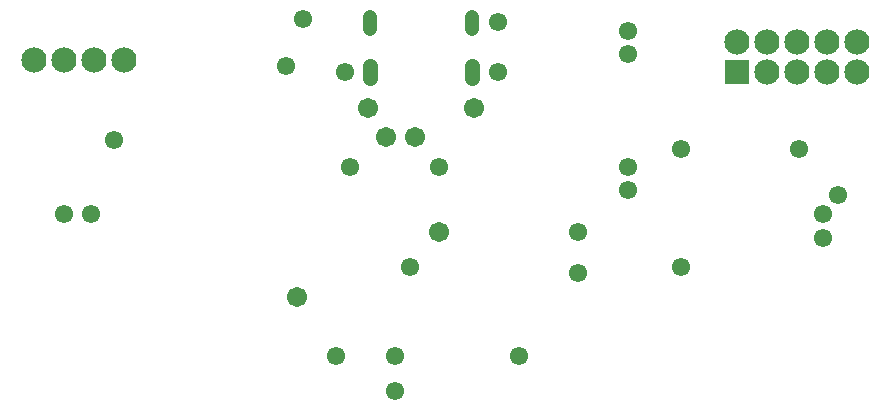
<source format=gbr>
G04 EAGLE Gerber RS-274X export*
G75*
%MOMM*%
%FSLAX34Y34*%
%LPD*%
%INSoldermask Bottom*%
%IPPOS*%
%AMOC8*
5,1,8,0,0,1.08239X$1,22.5*%
G01*
%ADD10C,1.209600*%
%ADD11C,1.253200*%
%ADD12C,2.133600*%
%ADD13R,2.133600X2.133600*%
%ADD14C,1.553200*%
%ADD15C,1.703200*%


D10*
X468200Y376857D02*
X468200Y366793D01*
X381800Y366793D02*
X381800Y376857D01*
D11*
X468200Y335275D02*
X468200Y324775D01*
X381800Y324775D02*
X381800Y335275D01*
D12*
X96900Y340000D03*
X122300Y340000D03*
X147700Y340000D03*
X173100Y340000D03*
D13*
X692150Y330200D03*
D12*
X717550Y330200D03*
X742950Y330200D03*
X768350Y330200D03*
X793750Y330200D03*
X692150Y355600D03*
X717550Y355600D03*
X742950Y355600D03*
X768350Y355600D03*
X793750Y355600D03*
D14*
X145000Y210000D03*
X122500Y210000D03*
D15*
X320000Y140000D03*
X440000Y195000D03*
D14*
X352500Y90000D03*
X507500Y90000D03*
X365000Y250000D03*
X490000Y330000D03*
X490000Y372500D03*
X325000Y375000D03*
X360000Y330000D03*
X402500Y90000D03*
X402500Y60000D03*
X557500Y195000D03*
X557500Y160000D03*
D15*
X395000Y275000D03*
X420000Y275000D03*
X380000Y300000D03*
X470000Y300000D03*
D14*
X440000Y250000D03*
X165000Y272500D03*
X415000Y165000D03*
X310000Y335000D03*
X600000Y230000D03*
X765181Y210181D03*
X600000Y250000D03*
X777700Y225841D03*
X600000Y365000D03*
X600000Y345000D03*
X645000Y265000D03*
X645000Y165000D03*
X765000Y190000D03*
X745000Y265000D03*
M02*

</source>
